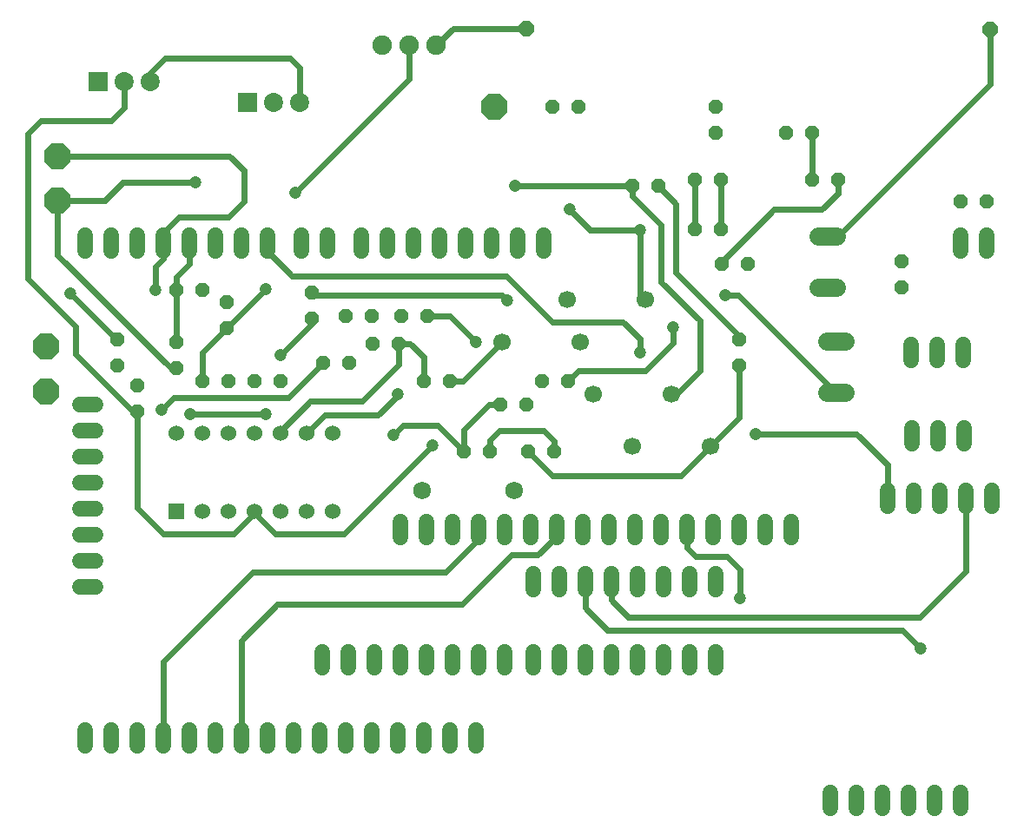
<source format=gbr>
G04 EAGLE Gerber RS-274X export*
G75*
%MOMM*%
%FSLAX34Y34*%
%LPD*%
%INTop Copper*%
%IPPOS*%
%AMOC8*
5,1,8,0,0,1.08239X$1,22.5*%
G01*
%ADD10P,1.429621X8X112.500000*%
%ADD11P,1.429621X8X22.500000*%
%ADD12C,1.700000*%
%ADD13P,1.429621X8X292.500000*%
%ADD14P,1.429621X8X202.500000*%
%ADD15P,2.763017X8X22.500000*%
%ADD16C,1.905000*%
%ADD17R,1.524000X1.524000*%
%ADD18C,1.524000*%
%ADD19R,1.860000X1.860000*%
%ADD20C,1.860000*%
%ADD21C,1.790700*%
%ADD22C,1.524000*%
%ADD23C,1.725000*%
%ADD24P,1.649562X8X22.500000*%
%ADD25C,0.609600*%
%ADD26C,1.206400*%


D10*
X885190Y548640D03*
X885190Y574040D03*
D11*
X709930Y571500D03*
X735330Y571500D03*
X458470Y388874D03*
X483870Y388874D03*
X520700Y388620D03*
X546100Y388620D03*
X683260Y654050D03*
X708660Y654050D03*
X683260Y605790D03*
X708660Y605790D03*
X797560Y654050D03*
X822960Y654050D03*
X942340Y632460D03*
X967740Y632460D03*
D12*
X635254Y537210D03*
X559054Y537210D03*
X495300Y495300D03*
X571500Y495300D03*
X584200Y444500D03*
X660400Y444500D03*
X622300Y393700D03*
X698500Y393700D03*
D13*
X726694Y497586D03*
X726694Y472186D03*
D10*
X120650Y472440D03*
X120650Y497840D03*
D14*
X519430Y434340D03*
X494030Y434340D03*
D11*
X397510Y520700D03*
X422910Y520700D03*
D14*
X203200Y546100D03*
X177800Y546100D03*
D10*
X309880Y518160D03*
X309880Y543560D03*
D13*
X177800Y495300D03*
X177800Y469900D03*
D11*
X254000Y457200D03*
X279400Y457200D03*
D10*
X703580Y699770D03*
X703580Y725170D03*
D11*
X772160Y699770D03*
X797560Y699770D03*
X419100Y457200D03*
X444500Y457200D03*
X369570Y494030D03*
X394970Y494030D03*
D15*
X50800Y447040D03*
X62230Y676910D03*
X50800Y491490D03*
X62230Y633730D03*
X487680Y725170D03*
D16*
X378460Y784860D03*
X404876Y784860D03*
X431292Y784860D03*
D17*
X177800Y330200D03*
D18*
X203200Y330200D03*
X228600Y330200D03*
X254000Y330200D03*
X279400Y330200D03*
X304800Y330200D03*
X330200Y330200D03*
X330200Y406400D03*
X304800Y406400D03*
X279400Y406400D03*
X254000Y406400D03*
X228600Y406400D03*
X203200Y406400D03*
X177800Y406400D03*
D19*
X101600Y749300D03*
D20*
X127000Y749300D03*
X152400Y749300D03*
D19*
X247650Y728980D03*
D20*
X273050Y728980D03*
X298450Y728980D03*
D21*
X811975Y446170D02*
X829882Y446170D01*
X829882Y496170D02*
X811975Y496170D01*
X803847Y599040D02*
X821754Y599040D01*
X821754Y549040D02*
X803847Y549040D01*
D22*
X944880Y492760D02*
X944880Y477520D01*
X919480Y477520D02*
X919480Y492760D01*
X894080Y492760D02*
X894080Y477520D01*
X967740Y584200D02*
X967740Y599440D01*
X942340Y599440D02*
X942340Y584200D01*
X525780Y193040D02*
X525780Y177800D01*
X551180Y177800D02*
X551180Y193040D01*
X576580Y193040D02*
X576580Y177800D01*
X601980Y177800D02*
X601980Y193040D01*
X627380Y193040D02*
X627380Y177800D01*
X652780Y177800D02*
X652780Y193040D01*
X678180Y193040D02*
X678180Y177800D01*
X703580Y177800D02*
X703580Y193040D01*
X525780Y254000D02*
X525780Y269240D01*
X551180Y269240D02*
X551180Y254000D01*
X576580Y254000D02*
X576580Y269240D01*
X601980Y269240D02*
X601980Y254000D01*
X627380Y254000D02*
X627380Y269240D01*
X652780Y269240D02*
X652780Y254000D01*
X678180Y254000D02*
X678180Y269240D01*
X703580Y269240D02*
X703580Y254000D01*
X535940Y584200D02*
X535940Y599440D01*
X510540Y599440D02*
X510540Y584200D01*
X485140Y584200D02*
X485140Y599440D01*
X459740Y599440D02*
X459740Y584200D01*
X434340Y584200D02*
X434340Y599440D01*
X408940Y599440D02*
X408940Y584200D01*
X383540Y584200D02*
X383540Y599440D01*
X358140Y599440D02*
X358140Y584200D01*
X320040Y193040D02*
X320040Y177800D01*
X345440Y177800D02*
X345440Y193040D01*
X370840Y193040D02*
X370840Y177800D01*
X396240Y177800D02*
X396240Y193040D01*
X421640Y193040D02*
X421640Y177800D01*
X447040Y177800D02*
X447040Y193040D01*
X472440Y193040D02*
X472440Y177800D01*
X497840Y177800D02*
X497840Y193040D01*
X99060Y256540D02*
X83820Y256540D01*
X83820Y281940D02*
X99060Y281940D01*
X99060Y307340D02*
X83820Y307340D01*
X83820Y332740D02*
X99060Y332740D01*
X99060Y358140D02*
X83820Y358140D01*
X83820Y383540D02*
X99060Y383540D01*
X99060Y408940D02*
X83820Y408940D01*
X83820Y434340D02*
X99060Y434340D01*
X88900Y584200D02*
X88900Y599440D01*
X114300Y599440D02*
X114300Y584200D01*
X139700Y584200D02*
X139700Y599440D01*
X165100Y599440D02*
X165100Y584200D01*
X190500Y584200D02*
X190500Y599440D01*
X215900Y599440D02*
X215900Y584200D01*
X241300Y584200D02*
X241300Y599440D01*
X266700Y599440D02*
X266700Y584200D01*
X266700Y116840D02*
X266700Y101600D01*
X241300Y101600D02*
X241300Y116840D01*
X215900Y116840D02*
X215900Y101600D01*
X190500Y101600D02*
X190500Y116840D01*
X165100Y116840D02*
X165100Y101600D01*
X139700Y101600D02*
X139700Y116840D01*
X114300Y116840D02*
X114300Y101600D01*
X88900Y101600D02*
X88900Y116840D01*
X469900Y116840D02*
X469900Y101600D01*
X444500Y101600D02*
X444500Y116840D01*
X419100Y116840D02*
X419100Y101600D01*
X393700Y101600D02*
X393700Y116840D01*
X368300Y116840D02*
X368300Y101600D01*
X342900Y101600D02*
X342900Y116840D01*
X317500Y116840D02*
X317500Y101600D01*
X292100Y101600D02*
X292100Y116840D01*
X325120Y584200D02*
X325120Y599440D01*
X299720Y599440D02*
X299720Y584200D01*
X815340Y55880D02*
X815340Y40640D01*
X840740Y40640D02*
X840740Y55880D01*
X866140Y55880D02*
X866140Y40640D01*
X891540Y40640D02*
X891540Y55880D01*
X916940Y55880D02*
X916940Y40640D01*
X942340Y40640D02*
X942340Y55880D01*
X396240Y304800D02*
X396240Y320040D01*
X421640Y320040D02*
X421640Y304800D01*
X447040Y304800D02*
X447040Y320040D01*
X472440Y320040D02*
X472440Y304800D01*
X497840Y304800D02*
X497840Y320040D01*
X523240Y320040D02*
X523240Y304800D01*
X548640Y304800D02*
X548640Y320040D01*
X574040Y320040D02*
X574040Y304800D01*
X599440Y304800D02*
X599440Y320040D01*
X624840Y320040D02*
X624840Y304800D01*
X650240Y304800D02*
X650240Y320040D01*
X675640Y320040D02*
X675640Y304800D01*
X701040Y304800D02*
X701040Y320040D01*
X726440Y320040D02*
X726440Y304800D01*
X751840Y304800D02*
X751840Y320040D01*
X777240Y320040D02*
X777240Y304800D01*
X895350Y396494D02*
X895350Y411734D01*
X920750Y411734D02*
X920750Y396494D01*
X946150Y396494D02*
X946150Y411734D01*
D11*
X321310Y474980D03*
X346710Y474980D03*
D14*
X570230Y725170D03*
X544830Y725170D03*
D11*
X203200Y457200D03*
X228600Y457200D03*
D10*
X227330Y509270D03*
X227330Y534670D03*
X139700Y427990D03*
X139700Y453390D03*
D14*
X560070Y457200D03*
X534670Y457200D03*
D11*
X622300Y647700D03*
X647700Y647700D03*
X342900Y520700D03*
X368300Y520700D03*
D23*
X507280Y350520D03*
X417280Y350520D03*
D22*
X871220Y350520D02*
X871220Y335280D01*
X896620Y335280D02*
X896620Y350520D01*
X922020Y350520D02*
X922020Y335280D01*
X947420Y335280D02*
X947420Y350520D01*
X972820Y350520D02*
X972820Y335280D01*
D24*
X519176Y801370D03*
X971296Y800100D03*
D25*
X797560Y699770D02*
X797560Y654050D01*
X708660Y654050D02*
X708660Y605790D01*
X203200Y485140D02*
X203200Y457200D01*
X203200Y485140D02*
X227330Y509270D01*
X483870Y400050D02*
X492760Y408940D01*
X483870Y400050D02*
X483870Y388874D01*
X536194Y408940D02*
X546100Y399034D01*
X546100Y388620D01*
X536194Y408940D02*
X492760Y408940D01*
X265430Y547370D02*
X227330Y509270D01*
D26*
X265430Y547370D03*
D25*
X560070Y457200D02*
X570230Y467360D01*
X635295Y467360D02*
X662706Y494772D01*
X662706Y510012D01*
D26*
X662706Y510012D03*
D25*
X635295Y467360D02*
X570230Y467360D01*
X404876Y751840D02*
X404876Y784860D01*
X404876Y751840D02*
X294386Y641350D01*
D26*
X294386Y641350D03*
D25*
X177800Y469900D02*
X172720Y469900D01*
X62230Y580390D01*
D26*
X197104Y651256D03*
D25*
X125984Y651256D01*
X108458Y633730D02*
X62230Y633730D01*
X108458Y633730D02*
X125984Y651256D01*
X447802Y801370D02*
X519176Y801370D01*
X447802Y801370D02*
X431292Y784860D01*
X62230Y633730D02*
X62230Y580390D01*
X812800Y599040D02*
X823576Y599040D01*
X971296Y746760D02*
X971296Y800100D01*
X971296Y746760D02*
X823576Y599040D01*
D26*
X500380Y535940D03*
D25*
X495300Y541020D01*
X312420Y541020D01*
X309880Y543560D01*
X322580Y424180D02*
X304800Y406400D01*
D26*
X393700Y444500D03*
D25*
X374650Y424180D02*
X322580Y424180D01*
X393700Y443230D02*
X393700Y444500D01*
X393700Y443230D02*
X374650Y424180D01*
X321310Y474980D02*
X287274Y440944D01*
X175514Y440944D01*
X163830Y429260D01*
D26*
X163830Y429260D03*
D25*
X139700Y427990D02*
X139700Y334010D01*
X165100Y308610D01*
X127000Y723900D02*
X127000Y749300D01*
X114300Y711200D02*
X45720Y711200D01*
X33020Y698500D01*
X33020Y557530D02*
X80010Y510540D01*
X135636Y427990D02*
X139700Y427990D01*
X135636Y427990D02*
X80010Y483616D01*
X114300Y711200D02*
X127000Y723900D01*
X33020Y698500D02*
X33020Y557530D01*
X80010Y510540D02*
X80010Y483616D01*
X709930Y571500D02*
X709930Y573532D01*
X760984Y624586D01*
X807466Y624586D01*
X822960Y640080D01*
X822960Y654050D01*
X495300Y495300D02*
X457200Y457200D01*
X444500Y457200D01*
X427990Y394970D02*
X341376Y308356D01*
X274574Y308356D01*
X254000Y328930D01*
X254000Y330200D01*
X254000Y328930D02*
X233680Y308610D01*
X165100Y308610D01*
D26*
X427990Y394970D03*
D25*
X650748Y609346D02*
X622300Y637794D01*
X622300Y647700D01*
D26*
X508000Y647700D03*
D25*
X622300Y647700D01*
X650748Y609346D02*
X650748Y554084D01*
X688340Y516492D02*
X688340Y467360D01*
X688340Y516492D02*
X650748Y554084D01*
X688340Y467360D02*
X665480Y444500D01*
X660400Y444500D01*
X177800Y495300D02*
X177800Y546100D01*
X190500Y571500D02*
X190500Y591820D01*
X190500Y571500D02*
X177800Y558800D01*
X177800Y546100D01*
D26*
X157480Y546100D03*
X279400Y482600D03*
D25*
X165100Y576580D02*
X165100Y591820D01*
X165100Y576580D02*
X157480Y568960D01*
X157480Y546100D01*
X309880Y518160D02*
X309880Y513080D01*
X279400Y482600D01*
X229870Y676910D02*
X62230Y676910D01*
X243840Y662940D02*
X243840Y632460D01*
X243840Y662940D02*
X229870Y676910D01*
X243840Y632460D02*
X228600Y617220D01*
X180340Y617220D01*
X165100Y601980D01*
X165100Y591820D01*
D26*
X74422Y543052D03*
X389890Y405130D03*
D25*
X433324Y414020D02*
X458470Y388874D01*
X433324Y414020D02*
X398780Y414020D01*
X389890Y405130D01*
X265430Y425450D02*
X191770Y425450D01*
X191516Y425196D01*
X482600Y434340D02*
X494030Y434340D01*
X482600Y434340D02*
X458470Y410210D01*
X458470Y388874D01*
X120650Y497840D02*
X119634Y497840D01*
X74422Y543052D01*
D26*
X191516Y425196D03*
X265430Y425450D03*
D25*
X152400Y749300D02*
X152400Y757936D01*
X166878Y772414D01*
X289052Y772414D01*
X298450Y763016D01*
X298450Y728980D01*
X683260Y654050D02*
X683260Y605790D01*
X712870Y541020D02*
X726078Y541020D01*
X820928Y446170D01*
D26*
X630174Y604774D03*
D25*
X630174Y542290D01*
X635254Y537210D01*
D26*
X561340Y624840D03*
D25*
X581406Y604774D02*
X630174Y604774D01*
X581406Y604774D02*
X561340Y624840D01*
D26*
X712870Y541020D03*
D25*
X726694Y472186D02*
X726694Y421894D01*
X698500Y393700D01*
X544322Y364998D02*
X520700Y388620D01*
X544322Y364998D02*
X669798Y364998D01*
X698500Y393700D01*
X469900Y495300D02*
X444500Y520700D01*
X422910Y520700D01*
D26*
X469900Y495300D03*
D25*
X279400Y408432D02*
X279400Y406400D01*
X279400Y408432D02*
X308610Y437642D01*
X358902Y437642D01*
X394970Y473710D01*
X394970Y494030D01*
X419100Y480568D02*
X419100Y457200D01*
X419100Y480568D02*
X405638Y494030D01*
X394970Y494030D01*
X472440Y312420D02*
X472440Y303022D01*
X440182Y270764D01*
X252222Y270764D01*
X165100Y183642D01*
X165100Y109220D01*
X548640Y306070D02*
X548640Y312420D01*
X548640Y306070D02*
X530352Y287782D01*
X504952Y287782D01*
X456692Y239522D01*
X276352Y239522D01*
X241300Y204470D01*
X241300Y109220D01*
X675640Y294640D02*
X675640Y312420D01*
X675640Y294640D02*
X684022Y286258D01*
X715010Y286258D01*
X727520Y273748D01*
X727520Y245872D01*
D26*
X727520Y245872D03*
D25*
X726694Y497586D02*
X726694Y501396D01*
X665226Y562864D01*
X665226Y630174D02*
X647700Y647700D01*
X665226Y630174D02*
X665226Y562864D01*
X290830Y560070D02*
X266700Y584200D01*
X266700Y591820D01*
X545084Y514604D02*
X613664Y514604D01*
X499618Y560070D02*
X290830Y560070D01*
X499618Y560070D02*
X545084Y514604D01*
X629920Y498348D02*
X629920Y485140D01*
X629920Y498348D02*
X613664Y514604D01*
D26*
X629920Y485140D03*
X742442Y405892D03*
D25*
X841248Y405892D01*
X871220Y375920D01*
X871220Y342900D01*
X886206Y214376D02*
X903986Y196596D01*
X886206Y214376D02*
X598424Y214376D01*
X576580Y236220D01*
X576580Y261620D01*
D26*
X903986Y196596D03*
D25*
X601980Y243840D02*
X601980Y261620D01*
X601980Y243840D02*
X618490Y227330D01*
X902970Y227330D01*
X947420Y271780D01*
X947420Y342900D01*
M02*

</source>
